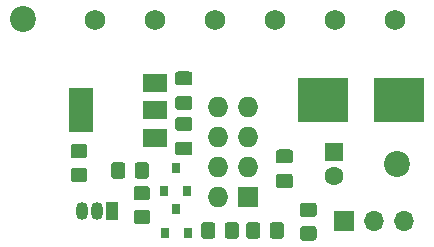
<source format=gts>
%TF.GenerationSoftware,KiCad,Pcbnew,(5.1.5)-3*%
%TF.CreationDate,2021-10-08T15:08:23+02:00*%
%TF.ProjectId,esp01-ws2812b-breakout,65737030-312d-4777-9332-383132622d62,rev?*%
%TF.SameCoordinates,Original*%
%TF.FileFunction,Soldermask,Top*%
%TF.FilePolarity,Negative*%
%FSLAX46Y46*%
G04 Gerber Fmt 4.6, Leading zero omitted, Abs format (unit mm)*
G04 Created by KiCad (PCBNEW (5.1.5)-3) date 2021-10-08 15:08:23*
%MOMM*%
%LPD*%
G04 APERTURE LIST*
%ADD10R,1.727200X1.727200*%
%ADD11O,1.727200X1.727200*%
%ADD12C,1.727200*%
%ADD13R,1.700000X1.700000*%
%ADD14O,1.700000X1.700000*%
%ADD15R,2.000000X3.800000*%
%ADD16R,2.000000X1.500000*%
%ADD17O,1.050000X1.500000*%
%ADD18R,1.050000X1.500000*%
%ADD19R,0.800000X0.900000*%
%ADD20C,2.200000*%
%ADD21R,1.600000X1.600000*%
%ADD22C,1.600000*%
%ADD23C,0.100000*%
%ADD24R,4.240000X3.810000*%
G04 APERTURE END LIST*
D10*
%TO.C,U2*%
X167386000Y-98298000D03*
D11*
X164846000Y-98298000D03*
X167386000Y-95758000D03*
X164846000Y-95758000D03*
X167386000Y-93218000D03*
X164846000Y-93218000D03*
X167386000Y-90678000D03*
X164846000Y-90678000D03*
%TD*%
D12*
%TO.C,J1*%
X174752000Y-83312000D03*
X179832000Y-83312000D03*
%TD*%
%TO.C,J2*%
X154432000Y-83312000D03*
X159512000Y-83312000D03*
X164592000Y-83312000D03*
X169672000Y-83312000D03*
%TD*%
D13*
%TO.C,J3*%
X175514000Y-100330000D03*
D14*
X178054000Y-100330000D03*
X180594000Y-100330000D03*
%TD*%
D15*
%TO.C,U1*%
X153212000Y-90932000D03*
D16*
X159512000Y-90932000D03*
X159512000Y-88632000D03*
X159512000Y-93232000D03*
%TD*%
D17*
%TO.C,U3*%
X154559000Y-99441000D03*
X153289000Y-99441000D03*
D18*
X155829000Y-99441000D03*
%TD*%
D19*
%TO.C,Q1*%
X160279000Y-97790000D03*
X162179000Y-97790000D03*
X161229000Y-95790000D03*
%TD*%
%TO.C,Q2*%
X161290000Y-99314000D03*
X162240000Y-101314000D03*
X160340000Y-101314000D03*
%TD*%
D20*
%TO.C,H1*%
X148336000Y-83185000D03*
%TD*%
%TO.C,H2*%
X179959000Y-95504000D03*
%TD*%
D21*
%TO.C,C1*%
X174625000Y-94488000D03*
D22*
X174625000Y-96488000D03*
%TD*%
D23*
%TO.C,C2*%
G36*
X162424504Y-87635704D02*
G01*
X162448773Y-87639304D01*
X162472571Y-87645265D01*
X162495671Y-87653530D01*
X162517849Y-87664020D01*
X162538893Y-87676633D01*
X162558598Y-87691247D01*
X162576777Y-87707723D01*
X162593253Y-87725902D01*
X162607867Y-87745607D01*
X162620480Y-87766651D01*
X162630970Y-87788829D01*
X162639235Y-87811929D01*
X162645196Y-87835727D01*
X162648796Y-87859996D01*
X162650000Y-87884500D01*
X162650000Y-88559500D01*
X162648796Y-88584004D01*
X162645196Y-88608273D01*
X162639235Y-88632071D01*
X162630970Y-88655171D01*
X162620480Y-88677349D01*
X162607867Y-88698393D01*
X162593253Y-88718098D01*
X162576777Y-88736277D01*
X162558598Y-88752753D01*
X162538893Y-88767367D01*
X162517849Y-88779980D01*
X162495671Y-88790470D01*
X162472571Y-88798735D01*
X162448773Y-88804696D01*
X162424504Y-88808296D01*
X162400000Y-88809500D01*
X161450000Y-88809500D01*
X161425496Y-88808296D01*
X161401227Y-88804696D01*
X161377429Y-88798735D01*
X161354329Y-88790470D01*
X161332151Y-88779980D01*
X161311107Y-88767367D01*
X161291402Y-88752753D01*
X161273223Y-88736277D01*
X161256747Y-88718098D01*
X161242133Y-88698393D01*
X161229520Y-88677349D01*
X161219030Y-88655171D01*
X161210765Y-88632071D01*
X161204804Y-88608273D01*
X161201204Y-88584004D01*
X161200000Y-88559500D01*
X161200000Y-87884500D01*
X161201204Y-87859996D01*
X161204804Y-87835727D01*
X161210765Y-87811929D01*
X161219030Y-87788829D01*
X161229520Y-87766651D01*
X161242133Y-87745607D01*
X161256747Y-87725902D01*
X161273223Y-87707723D01*
X161291402Y-87691247D01*
X161311107Y-87676633D01*
X161332151Y-87664020D01*
X161354329Y-87653530D01*
X161377429Y-87645265D01*
X161401227Y-87639304D01*
X161425496Y-87635704D01*
X161450000Y-87634500D01*
X162400000Y-87634500D01*
X162424504Y-87635704D01*
G37*
G36*
X162424504Y-89710704D02*
G01*
X162448773Y-89714304D01*
X162472571Y-89720265D01*
X162495671Y-89728530D01*
X162517849Y-89739020D01*
X162538893Y-89751633D01*
X162558598Y-89766247D01*
X162576777Y-89782723D01*
X162593253Y-89800902D01*
X162607867Y-89820607D01*
X162620480Y-89841651D01*
X162630970Y-89863829D01*
X162639235Y-89886929D01*
X162645196Y-89910727D01*
X162648796Y-89934996D01*
X162650000Y-89959500D01*
X162650000Y-90634500D01*
X162648796Y-90659004D01*
X162645196Y-90683273D01*
X162639235Y-90707071D01*
X162630970Y-90730171D01*
X162620480Y-90752349D01*
X162607867Y-90773393D01*
X162593253Y-90793098D01*
X162576777Y-90811277D01*
X162558598Y-90827753D01*
X162538893Y-90842367D01*
X162517849Y-90854980D01*
X162495671Y-90865470D01*
X162472571Y-90873735D01*
X162448773Y-90879696D01*
X162424504Y-90883296D01*
X162400000Y-90884500D01*
X161450000Y-90884500D01*
X161425496Y-90883296D01*
X161401227Y-90879696D01*
X161377429Y-90873735D01*
X161354329Y-90865470D01*
X161332151Y-90854980D01*
X161311107Y-90842367D01*
X161291402Y-90827753D01*
X161273223Y-90811277D01*
X161256747Y-90793098D01*
X161242133Y-90773393D01*
X161229520Y-90752349D01*
X161219030Y-90730171D01*
X161210765Y-90707071D01*
X161204804Y-90683273D01*
X161201204Y-90659004D01*
X161200000Y-90634500D01*
X161200000Y-89959500D01*
X161201204Y-89934996D01*
X161204804Y-89910727D01*
X161210765Y-89886929D01*
X161219030Y-89863829D01*
X161229520Y-89841651D01*
X161242133Y-89820607D01*
X161256747Y-89800902D01*
X161273223Y-89782723D01*
X161291402Y-89766247D01*
X161311107Y-89751633D01*
X161332151Y-89739020D01*
X161354329Y-89728530D01*
X161377429Y-89720265D01*
X161401227Y-89714304D01*
X161425496Y-89710704D01*
X161450000Y-89709500D01*
X162400000Y-89709500D01*
X162424504Y-89710704D01*
G37*
%TD*%
%TO.C,C3*%
G36*
X162424504Y-93563704D02*
G01*
X162448773Y-93567304D01*
X162472571Y-93573265D01*
X162495671Y-93581530D01*
X162517849Y-93592020D01*
X162538893Y-93604633D01*
X162558598Y-93619247D01*
X162576777Y-93635723D01*
X162593253Y-93653902D01*
X162607867Y-93673607D01*
X162620480Y-93694651D01*
X162630970Y-93716829D01*
X162639235Y-93739929D01*
X162645196Y-93763727D01*
X162648796Y-93787996D01*
X162650000Y-93812500D01*
X162650000Y-94487500D01*
X162648796Y-94512004D01*
X162645196Y-94536273D01*
X162639235Y-94560071D01*
X162630970Y-94583171D01*
X162620480Y-94605349D01*
X162607867Y-94626393D01*
X162593253Y-94646098D01*
X162576777Y-94664277D01*
X162558598Y-94680753D01*
X162538893Y-94695367D01*
X162517849Y-94707980D01*
X162495671Y-94718470D01*
X162472571Y-94726735D01*
X162448773Y-94732696D01*
X162424504Y-94736296D01*
X162400000Y-94737500D01*
X161450000Y-94737500D01*
X161425496Y-94736296D01*
X161401227Y-94732696D01*
X161377429Y-94726735D01*
X161354329Y-94718470D01*
X161332151Y-94707980D01*
X161311107Y-94695367D01*
X161291402Y-94680753D01*
X161273223Y-94664277D01*
X161256747Y-94646098D01*
X161242133Y-94626393D01*
X161229520Y-94605349D01*
X161219030Y-94583171D01*
X161210765Y-94560071D01*
X161204804Y-94536273D01*
X161201204Y-94512004D01*
X161200000Y-94487500D01*
X161200000Y-93812500D01*
X161201204Y-93787996D01*
X161204804Y-93763727D01*
X161210765Y-93739929D01*
X161219030Y-93716829D01*
X161229520Y-93694651D01*
X161242133Y-93673607D01*
X161256747Y-93653902D01*
X161273223Y-93635723D01*
X161291402Y-93619247D01*
X161311107Y-93604633D01*
X161332151Y-93592020D01*
X161354329Y-93581530D01*
X161377429Y-93573265D01*
X161401227Y-93567304D01*
X161425496Y-93563704D01*
X161450000Y-93562500D01*
X162400000Y-93562500D01*
X162424504Y-93563704D01*
G37*
G36*
X162424504Y-91488704D02*
G01*
X162448773Y-91492304D01*
X162472571Y-91498265D01*
X162495671Y-91506530D01*
X162517849Y-91517020D01*
X162538893Y-91529633D01*
X162558598Y-91544247D01*
X162576777Y-91560723D01*
X162593253Y-91578902D01*
X162607867Y-91598607D01*
X162620480Y-91619651D01*
X162630970Y-91641829D01*
X162639235Y-91664929D01*
X162645196Y-91688727D01*
X162648796Y-91712996D01*
X162650000Y-91737500D01*
X162650000Y-92412500D01*
X162648796Y-92437004D01*
X162645196Y-92461273D01*
X162639235Y-92485071D01*
X162630970Y-92508171D01*
X162620480Y-92530349D01*
X162607867Y-92551393D01*
X162593253Y-92571098D01*
X162576777Y-92589277D01*
X162558598Y-92605753D01*
X162538893Y-92620367D01*
X162517849Y-92632980D01*
X162495671Y-92643470D01*
X162472571Y-92651735D01*
X162448773Y-92657696D01*
X162424504Y-92661296D01*
X162400000Y-92662500D01*
X161450000Y-92662500D01*
X161425496Y-92661296D01*
X161401227Y-92657696D01*
X161377429Y-92651735D01*
X161354329Y-92643470D01*
X161332151Y-92632980D01*
X161311107Y-92620367D01*
X161291402Y-92605753D01*
X161273223Y-92589277D01*
X161256747Y-92571098D01*
X161242133Y-92551393D01*
X161229520Y-92530349D01*
X161219030Y-92508171D01*
X161210765Y-92485071D01*
X161204804Y-92461273D01*
X161201204Y-92437004D01*
X161200000Y-92412500D01*
X161200000Y-91737500D01*
X161201204Y-91712996D01*
X161204804Y-91688727D01*
X161210765Y-91664929D01*
X161219030Y-91641829D01*
X161229520Y-91619651D01*
X161242133Y-91598607D01*
X161256747Y-91578902D01*
X161273223Y-91560723D01*
X161291402Y-91544247D01*
X161311107Y-91529633D01*
X161332151Y-91517020D01*
X161354329Y-91506530D01*
X161377429Y-91498265D01*
X161401227Y-91492304D01*
X161425496Y-91488704D01*
X161450000Y-91487500D01*
X162400000Y-91487500D01*
X162424504Y-91488704D01*
G37*
%TD*%
%TO.C,C4*%
G36*
X170933504Y-94239704D02*
G01*
X170957773Y-94243304D01*
X170981571Y-94249265D01*
X171004671Y-94257530D01*
X171026849Y-94268020D01*
X171047893Y-94280633D01*
X171067598Y-94295247D01*
X171085777Y-94311723D01*
X171102253Y-94329902D01*
X171116867Y-94349607D01*
X171129480Y-94370651D01*
X171139970Y-94392829D01*
X171148235Y-94415929D01*
X171154196Y-94439727D01*
X171157796Y-94463996D01*
X171159000Y-94488500D01*
X171159000Y-95163500D01*
X171157796Y-95188004D01*
X171154196Y-95212273D01*
X171148235Y-95236071D01*
X171139970Y-95259171D01*
X171129480Y-95281349D01*
X171116867Y-95302393D01*
X171102253Y-95322098D01*
X171085777Y-95340277D01*
X171067598Y-95356753D01*
X171047893Y-95371367D01*
X171026849Y-95383980D01*
X171004671Y-95394470D01*
X170981571Y-95402735D01*
X170957773Y-95408696D01*
X170933504Y-95412296D01*
X170909000Y-95413500D01*
X169959000Y-95413500D01*
X169934496Y-95412296D01*
X169910227Y-95408696D01*
X169886429Y-95402735D01*
X169863329Y-95394470D01*
X169841151Y-95383980D01*
X169820107Y-95371367D01*
X169800402Y-95356753D01*
X169782223Y-95340277D01*
X169765747Y-95322098D01*
X169751133Y-95302393D01*
X169738520Y-95281349D01*
X169728030Y-95259171D01*
X169719765Y-95236071D01*
X169713804Y-95212273D01*
X169710204Y-95188004D01*
X169709000Y-95163500D01*
X169709000Y-94488500D01*
X169710204Y-94463996D01*
X169713804Y-94439727D01*
X169719765Y-94415929D01*
X169728030Y-94392829D01*
X169738520Y-94370651D01*
X169751133Y-94349607D01*
X169765747Y-94329902D01*
X169782223Y-94311723D01*
X169800402Y-94295247D01*
X169820107Y-94280633D01*
X169841151Y-94268020D01*
X169863329Y-94257530D01*
X169886429Y-94249265D01*
X169910227Y-94243304D01*
X169934496Y-94239704D01*
X169959000Y-94238500D01*
X170909000Y-94238500D01*
X170933504Y-94239704D01*
G37*
G36*
X170933504Y-96314704D02*
G01*
X170957773Y-96318304D01*
X170981571Y-96324265D01*
X171004671Y-96332530D01*
X171026849Y-96343020D01*
X171047893Y-96355633D01*
X171067598Y-96370247D01*
X171085777Y-96386723D01*
X171102253Y-96404902D01*
X171116867Y-96424607D01*
X171129480Y-96445651D01*
X171139970Y-96467829D01*
X171148235Y-96490929D01*
X171154196Y-96514727D01*
X171157796Y-96538996D01*
X171159000Y-96563500D01*
X171159000Y-97238500D01*
X171157796Y-97263004D01*
X171154196Y-97287273D01*
X171148235Y-97311071D01*
X171139970Y-97334171D01*
X171129480Y-97356349D01*
X171116867Y-97377393D01*
X171102253Y-97397098D01*
X171085777Y-97415277D01*
X171067598Y-97431753D01*
X171047893Y-97446367D01*
X171026849Y-97458980D01*
X171004671Y-97469470D01*
X170981571Y-97477735D01*
X170957773Y-97483696D01*
X170933504Y-97487296D01*
X170909000Y-97488500D01*
X169959000Y-97488500D01*
X169934496Y-97487296D01*
X169910227Y-97483696D01*
X169886429Y-97477735D01*
X169863329Y-97469470D01*
X169841151Y-97458980D01*
X169820107Y-97446367D01*
X169800402Y-97431753D01*
X169782223Y-97415277D01*
X169765747Y-97397098D01*
X169751133Y-97377393D01*
X169738520Y-97356349D01*
X169728030Y-97334171D01*
X169719765Y-97311071D01*
X169713804Y-97287273D01*
X169710204Y-97263004D01*
X169709000Y-97238500D01*
X169709000Y-96563500D01*
X169710204Y-96538996D01*
X169713804Y-96514727D01*
X169719765Y-96490929D01*
X169728030Y-96467829D01*
X169738520Y-96445651D01*
X169751133Y-96424607D01*
X169765747Y-96404902D01*
X169782223Y-96386723D01*
X169800402Y-96370247D01*
X169820107Y-96355633D01*
X169841151Y-96343020D01*
X169863329Y-96332530D01*
X169886429Y-96324265D01*
X169910227Y-96318304D01*
X169934496Y-96314704D01*
X169959000Y-96313500D01*
X170909000Y-96313500D01*
X170933504Y-96314704D01*
G37*
%TD*%
D24*
%TO.C,F1*%
X173736000Y-90043000D03*
X180116000Y-90043000D03*
%TD*%
D23*
%TO.C,R1*%
G36*
X158743505Y-95313204D02*
G01*
X158767773Y-95316804D01*
X158791572Y-95322765D01*
X158814671Y-95331030D01*
X158836850Y-95341520D01*
X158857893Y-95354132D01*
X158877599Y-95368747D01*
X158895777Y-95385223D01*
X158912253Y-95403401D01*
X158926868Y-95423107D01*
X158939480Y-95444150D01*
X158949970Y-95466329D01*
X158958235Y-95489428D01*
X158964196Y-95513227D01*
X158967796Y-95537495D01*
X158969000Y-95561999D01*
X158969000Y-96462001D01*
X158967796Y-96486505D01*
X158964196Y-96510773D01*
X158958235Y-96534572D01*
X158949970Y-96557671D01*
X158939480Y-96579850D01*
X158926868Y-96600893D01*
X158912253Y-96620599D01*
X158895777Y-96638777D01*
X158877599Y-96655253D01*
X158857893Y-96669868D01*
X158836850Y-96682480D01*
X158814671Y-96692970D01*
X158791572Y-96701235D01*
X158767773Y-96707196D01*
X158743505Y-96710796D01*
X158719001Y-96712000D01*
X158018999Y-96712000D01*
X157994495Y-96710796D01*
X157970227Y-96707196D01*
X157946428Y-96701235D01*
X157923329Y-96692970D01*
X157901150Y-96682480D01*
X157880107Y-96669868D01*
X157860401Y-96655253D01*
X157842223Y-96638777D01*
X157825747Y-96620599D01*
X157811132Y-96600893D01*
X157798520Y-96579850D01*
X157788030Y-96557671D01*
X157779765Y-96534572D01*
X157773804Y-96510773D01*
X157770204Y-96486505D01*
X157769000Y-96462001D01*
X157769000Y-95561999D01*
X157770204Y-95537495D01*
X157773804Y-95513227D01*
X157779765Y-95489428D01*
X157788030Y-95466329D01*
X157798520Y-95444150D01*
X157811132Y-95423107D01*
X157825747Y-95403401D01*
X157842223Y-95385223D01*
X157860401Y-95368747D01*
X157880107Y-95354132D01*
X157901150Y-95341520D01*
X157923329Y-95331030D01*
X157946428Y-95322765D01*
X157970227Y-95316804D01*
X157994495Y-95313204D01*
X158018999Y-95312000D01*
X158719001Y-95312000D01*
X158743505Y-95313204D01*
G37*
G36*
X156743505Y-95313204D02*
G01*
X156767773Y-95316804D01*
X156791572Y-95322765D01*
X156814671Y-95331030D01*
X156836850Y-95341520D01*
X156857893Y-95354132D01*
X156877599Y-95368747D01*
X156895777Y-95385223D01*
X156912253Y-95403401D01*
X156926868Y-95423107D01*
X156939480Y-95444150D01*
X156949970Y-95466329D01*
X156958235Y-95489428D01*
X156964196Y-95513227D01*
X156967796Y-95537495D01*
X156969000Y-95561999D01*
X156969000Y-96462001D01*
X156967796Y-96486505D01*
X156964196Y-96510773D01*
X156958235Y-96534572D01*
X156949970Y-96557671D01*
X156939480Y-96579850D01*
X156926868Y-96600893D01*
X156912253Y-96620599D01*
X156895777Y-96638777D01*
X156877599Y-96655253D01*
X156857893Y-96669868D01*
X156836850Y-96682480D01*
X156814671Y-96692970D01*
X156791572Y-96701235D01*
X156767773Y-96707196D01*
X156743505Y-96710796D01*
X156719001Y-96712000D01*
X156018999Y-96712000D01*
X155994495Y-96710796D01*
X155970227Y-96707196D01*
X155946428Y-96701235D01*
X155923329Y-96692970D01*
X155901150Y-96682480D01*
X155880107Y-96669868D01*
X155860401Y-96655253D01*
X155842223Y-96638777D01*
X155825747Y-96620599D01*
X155811132Y-96600893D01*
X155798520Y-96579850D01*
X155788030Y-96557671D01*
X155779765Y-96534572D01*
X155773804Y-96510773D01*
X155770204Y-96486505D01*
X155769000Y-96462001D01*
X155769000Y-95561999D01*
X155770204Y-95537495D01*
X155773804Y-95513227D01*
X155779765Y-95489428D01*
X155788030Y-95466329D01*
X155798520Y-95444150D01*
X155811132Y-95423107D01*
X155825747Y-95403401D01*
X155842223Y-95385223D01*
X155860401Y-95368747D01*
X155880107Y-95354132D01*
X155901150Y-95341520D01*
X155923329Y-95331030D01*
X155946428Y-95322765D01*
X155970227Y-95316804D01*
X155994495Y-95313204D01*
X156018999Y-95312000D01*
X156719001Y-95312000D01*
X156743505Y-95313204D01*
G37*
%TD*%
%TO.C,R2*%
G36*
X158843505Y-97350204D02*
G01*
X158867773Y-97353804D01*
X158891572Y-97359765D01*
X158914671Y-97368030D01*
X158936850Y-97378520D01*
X158957893Y-97391132D01*
X158977599Y-97405747D01*
X158995777Y-97422223D01*
X159012253Y-97440401D01*
X159026868Y-97460107D01*
X159039480Y-97481150D01*
X159049970Y-97503329D01*
X159058235Y-97526428D01*
X159064196Y-97550227D01*
X159067796Y-97574495D01*
X159069000Y-97598999D01*
X159069000Y-98299001D01*
X159067796Y-98323505D01*
X159064196Y-98347773D01*
X159058235Y-98371572D01*
X159049970Y-98394671D01*
X159039480Y-98416850D01*
X159026868Y-98437893D01*
X159012253Y-98457599D01*
X158995777Y-98475777D01*
X158977599Y-98492253D01*
X158957893Y-98506868D01*
X158936850Y-98519480D01*
X158914671Y-98529970D01*
X158891572Y-98538235D01*
X158867773Y-98544196D01*
X158843505Y-98547796D01*
X158819001Y-98549000D01*
X157918999Y-98549000D01*
X157894495Y-98547796D01*
X157870227Y-98544196D01*
X157846428Y-98538235D01*
X157823329Y-98529970D01*
X157801150Y-98519480D01*
X157780107Y-98506868D01*
X157760401Y-98492253D01*
X157742223Y-98475777D01*
X157725747Y-98457599D01*
X157711132Y-98437893D01*
X157698520Y-98416850D01*
X157688030Y-98394671D01*
X157679765Y-98371572D01*
X157673804Y-98347773D01*
X157670204Y-98323505D01*
X157669000Y-98299001D01*
X157669000Y-97598999D01*
X157670204Y-97574495D01*
X157673804Y-97550227D01*
X157679765Y-97526428D01*
X157688030Y-97503329D01*
X157698520Y-97481150D01*
X157711132Y-97460107D01*
X157725747Y-97440401D01*
X157742223Y-97422223D01*
X157760401Y-97405747D01*
X157780107Y-97391132D01*
X157801150Y-97378520D01*
X157823329Y-97368030D01*
X157846428Y-97359765D01*
X157870227Y-97353804D01*
X157894495Y-97350204D01*
X157918999Y-97349000D01*
X158819001Y-97349000D01*
X158843505Y-97350204D01*
G37*
G36*
X158843505Y-99350204D02*
G01*
X158867773Y-99353804D01*
X158891572Y-99359765D01*
X158914671Y-99368030D01*
X158936850Y-99378520D01*
X158957893Y-99391132D01*
X158977599Y-99405747D01*
X158995777Y-99422223D01*
X159012253Y-99440401D01*
X159026868Y-99460107D01*
X159039480Y-99481150D01*
X159049970Y-99503329D01*
X159058235Y-99526428D01*
X159064196Y-99550227D01*
X159067796Y-99574495D01*
X159069000Y-99598999D01*
X159069000Y-100299001D01*
X159067796Y-100323505D01*
X159064196Y-100347773D01*
X159058235Y-100371572D01*
X159049970Y-100394671D01*
X159039480Y-100416850D01*
X159026868Y-100437893D01*
X159012253Y-100457599D01*
X158995777Y-100475777D01*
X158977599Y-100492253D01*
X158957893Y-100506868D01*
X158936850Y-100519480D01*
X158914671Y-100529970D01*
X158891572Y-100538235D01*
X158867773Y-100544196D01*
X158843505Y-100547796D01*
X158819001Y-100549000D01*
X157918999Y-100549000D01*
X157894495Y-100547796D01*
X157870227Y-100544196D01*
X157846428Y-100538235D01*
X157823329Y-100529970D01*
X157801150Y-100519480D01*
X157780107Y-100506868D01*
X157760401Y-100492253D01*
X157742223Y-100475777D01*
X157725747Y-100457599D01*
X157711132Y-100437893D01*
X157698520Y-100416850D01*
X157688030Y-100394671D01*
X157679765Y-100371572D01*
X157673804Y-100347773D01*
X157670204Y-100323505D01*
X157669000Y-100299001D01*
X157669000Y-99598999D01*
X157670204Y-99574495D01*
X157673804Y-99550227D01*
X157679765Y-99526428D01*
X157688030Y-99503329D01*
X157698520Y-99481150D01*
X157711132Y-99460107D01*
X157725747Y-99440401D01*
X157742223Y-99422223D01*
X157760401Y-99405747D01*
X157780107Y-99391132D01*
X157801150Y-99378520D01*
X157823329Y-99368030D01*
X157846428Y-99359765D01*
X157870227Y-99353804D01*
X157894495Y-99350204D01*
X157918999Y-99349000D01*
X158819001Y-99349000D01*
X158843505Y-99350204D01*
G37*
%TD*%
%TO.C,R3*%
G36*
X170173505Y-100393204D02*
G01*
X170197773Y-100396804D01*
X170221572Y-100402765D01*
X170244671Y-100411030D01*
X170266850Y-100421520D01*
X170287893Y-100434132D01*
X170307599Y-100448747D01*
X170325777Y-100465223D01*
X170342253Y-100483401D01*
X170356868Y-100503107D01*
X170369480Y-100524150D01*
X170379970Y-100546329D01*
X170388235Y-100569428D01*
X170394196Y-100593227D01*
X170397796Y-100617495D01*
X170399000Y-100641999D01*
X170399000Y-101542001D01*
X170397796Y-101566505D01*
X170394196Y-101590773D01*
X170388235Y-101614572D01*
X170379970Y-101637671D01*
X170369480Y-101659850D01*
X170356868Y-101680893D01*
X170342253Y-101700599D01*
X170325777Y-101718777D01*
X170307599Y-101735253D01*
X170287893Y-101749868D01*
X170266850Y-101762480D01*
X170244671Y-101772970D01*
X170221572Y-101781235D01*
X170197773Y-101787196D01*
X170173505Y-101790796D01*
X170149001Y-101792000D01*
X169448999Y-101792000D01*
X169424495Y-101790796D01*
X169400227Y-101787196D01*
X169376428Y-101781235D01*
X169353329Y-101772970D01*
X169331150Y-101762480D01*
X169310107Y-101749868D01*
X169290401Y-101735253D01*
X169272223Y-101718777D01*
X169255747Y-101700599D01*
X169241132Y-101680893D01*
X169228520Y-101659850D01*
X169218030Y-101637671D01*
X169209765Y-101614572D01*
X169203804Y-101590773D01*
X169200204Y-101566505D01*
X169199000Y-101542001D01*
X169199000Y-100641999D01*
X169200204Y-100617495D01*
X169203804Y-100593227D01*
X169209765Y-100569428D01*
X169218030Y-100546329D01*
X169228520Y-100524150D01*
X169241132Y-100503107D01*
X169255747Y-100483401D01*
X169272223Y-100465223D01*
X169290401Y-100448747D01*
X169310107Y-100434132D01*
X169331150Y-100421520D01*
X169353329Y-100411030D01*
X169376428Y-100402765D01*
X169400227Y-100396804D01*
X169424495Y-100393204D01*
X169448999Y-100392000D01*
X170149001Y-100392000D01*
X170173505Y-100393204D01*
G37*
G36*
X168173505Y-100393204D02*
G01*
X168197773Y-100396804D01*
X168221572Y-100402765D01*
X168244671Y-100411030D01*
X168266850Y-100421520D01*
X168287893Y-100434132D01*
X168307599Y-100448747D01*
X168325777Y-100465223D01*
X168342253Y-100483401D01*
X168356868Y-100503107D01*
X168369480Y-100524150D01*
X168379970Y-100546329D01*
X168388235Y-100569428D01*
X168394196Y-100593227D01*
X168397796Y-100617495D01*
X168399000Y-100641999D01*
X168399000Y-101542001D01*
X168397796Y-101566505D01*
X168394196Y-101590773D01*
X168388235Y-101614572D01*
X168379970Y-101637671D01*
X168369480Y-101659850D01*
X168356868Y-101680893D01*
X168342253Y-101700599D01*
X168325777Y-101718777D01*
X168307599Y-101735253D01*
X168287893Y-101749868D01*
X168266850Y-101762480D01*
X168244671Y-101772970D01*
X168221572Y-101781235D01*
X168197773Y-101787196D01*
X168173505Y-101790796D01*
X168149001Y-101792000D01*
X167448999Y-101792000D01*
X167424495Y-101790796D01*
X167400227Y-101787196D01*
X167376428Y-101781235D01*
X167353329Y-101772970D01*
X167331150Y-101762480D01*
X167310107Y-101749868D01*
X167290401Y-101735253D01*
X167272223Y-101718777D01*
X167255747Y-101700599D01*
X167241132Y-101680893D01*
X167228520Y-101659850D01*
X167218030Y-101637671D01*
X167209765Y-101614572D01*
X167203804Y-101590773D01*
X167200204Y-101566505D01*
X167199000Y-101542001D01*
X167199000Y-100641999D01*
X167200204Y-100617495D01*
X167203804Y-100593227D01*
X167209765Y-100569428D01*
X167218030Y-100546329D01*
X167228520Y-100524150D01*
X167241132Y-100503107D01*
X167255747Y-100483401D01*
X167272223Y-100465223D01*
X167290401Y-100448747D01*
X167310107Y-100434132D01*
X167331150Y-100421520D01*
X167353329Y-100411030D01*
X167376428Y-100402765D01*
X167400227Y-100396804D01*
X167424495Y-100393204D01*
X167448999Y-100392000D01*
X168149001Y-100392000D01*
X168173505Y-100393204D01*
G37*
%TD*%
%TO.C,R4*%
G36*
X164363505Y-100393204D02*
G01*
X164387773Y-100396804D01*
X164411572Y-100402765D01*
X164434671Y-100411030D01*
X164456850Y-100421520D01*
X164477893Y-100434132D01*
X164497599Y-100448747D01*
X164515777Y-100465223D01*
X164532253Y-100483401D01*
X164546868Y-100503107D01*
X164559480Y-100524150D01*
X164569970Y-100546329D01*
X164578235Y-100569428D01*
X164584196Y-100593227D01*
X164587796Y-100617495D01*
X164589000Y-100641999D01*
X164589000Y-101542001D01*
X164587796Y-101566505D01*
X164584196Y-101590773D01*
X164578235Y-101614572D01*
X164569970Y-101637671D01*
X164559480Y-101659850D01*
X164546868Y-101680893D01*
X164532253Y-101700599D01*
X164515777Y-101718777D01*
X164497599Y-101735253D01*
X164477893Y-101749868D01*
X164456850Y-101762480D01*
X164434671Y-101772970D01*
X164411572Y-101781235D01*
X164387773Y-101787196D01*
X164363505Y-101790796D01*
X164339001Y-101792000D01*
X163638999Y-101792000D01*
X163614495Y-101790796D01*
X163590227Y-101787196D01*
X163566428Y-101781235D01*
X163543329Y-101772970D01*
X163521150Y-101762480D01*
X163500107Y-101749868D01*
X163480401Y-101735253D01*
X163462223Y-101718777D01*
X163445747Y-101700599D01*
X163431132Y-101680893D01*
X163418520Y-101659850D01*
X163408030Y-101637671D01*
X163399765Y-101614572D01*
X163393804Y-101590773D01*
X163390204Y-101566505D01*
X163389000Y-101542001D01*
X163389000Y-100641999D01*
X163390204Y-100617495D01*
X163393804Y-100593227D01*
X163399765Y-100569428D01*
X163408030Y-100546329D01*
X163418520Y-100524150D01*
X163431132Y-100503107D01*
X163445747Y-100483401D01*
X163462223Y-100465223D01*
X163480401Y-100448747D01*
X163500107Y-100434132D01*
X163521150Y-100421520D01*
X163543329Y-100411030D01*
X163566428Y-100402765D01*
X163590227Y-100396804D01*
X163614495Y-100393204D01*
X163638999Y-100392000D01*
X164339001Y-100392000D01*
X164363505Y-100393204D01*
G37*
G36*
X166363505Y-100393204D02*
G01*
X166387773Y-100396804D01*
X166411572Y-100402765D01*
X166434671Y-100411030D01*
X166456850Y-100421520D01*
X166477893Y-100434132D01*
X166497599Y-100448747D01*
X166515777Y-100465223D01*
X166532253Y-100483401D01*
X166546868Y-100503107D01*
X166559480Y-100524150D01*
X166569970Y-100546329D01*
X166578235Y-100569428D01*
X166584196Y-100593227D01*
X166587796Y-100617495D01*
X166589000Y-100641999D01*
X166589000Y-101542001D01*
X166587796Y-101566505D01*
X166584196Y-101590773D01*
X166578235Y-101614572D01*
X166569970Y-101637671D01*
X166559480Y-101659850D01*
X166546868Y-101680893D01*
X166532253Y-101700599D01*
X166515777Y-101718777D01*
X166497599Y-101735253D01*
X166477893Y-101749868D01*
X166456850Y-101762480D01*
X166434671Y-101772970D01*
X166411572Y-101781235D01*
X166387773Y-101787196D01*
X166363505Y-101790796D01*
X166339001Y-101792000D01*
X165638999Y-101792000D01*
X165614495Y-101790796D01*
X165590227Y-101787196D01*
X165566428Y-101781235D01*
X165543329Y-101772970D01*
X165521150Y-101762480D01*
X165500107Y-101749868D01*
X165480401Y-101735253D01*
X165462223Y-101718777D01*
X165445747Y-101700599D01*
X165431132Y-101680893D01*
X165418520Y-101659850D01*
X165408030Y-101637671D01*
X165399765Y-101614572D01*
X165393804Y-101590773D01*
X165390204Y-101566505D01*
X165389000Y-101542001D01*
X165389000Y-100641999D01*
X165390204Y-100617495D01*
X165393804Y-100593227D01*
X165399765Y-100569428D01*
X165408030Y-100546329D01*
X165418520Y-100524150D01*
X165431132Y-100503107D01*
X165445747Y-100483401D01*
X165462223Y-100465223D01*
X165480401Y-100448747D01*
X165500107Y-100434132D01*
X165521150Y-100421520D01*
X165543329Y-100411030D01*
X165566428Y-100402765D01*
X165590227Y-100396804D01*
X165614495Y-100393204D01*
X165638999Y-100392000D01*
X166339001Y-100392000D01*
X166363505Y-100393204D01*
G37*
%TD*%
%TO.C,R5*%
G36*
X172940505Y-100747204D02*
G01*
X172964773Y-100750804D01*
X172988572Y-100756765D01*
X173011671Y-100765030D01*
X173033850Y-100775520D01*
X173054893Y-100788132D01*
X173074599Y-100802747D01*
X173092777Y-100819223D01*
X173109253Y-100837401D01*
X173123868Y-100857107D01*
X173136480Y-100878150D01*
X173146970Y-100900329D01*
X173155235Y-100923428D01*
X173161196Y-100947227D01*
X173164796Y-100971495D01*
X173166000Y-100995999D01*
X173166000Y-101696001D01*
X173164796Y-101720505D01*
X173161196Y-101744773D01*
X173155235Y-101768572D01*
X173146970Y-101791671D01*
X173136480Y-101813850D01*
X173123868Y-101834893D01*
X173109253Y-101854599D01*
X173092777Y-101872777D01*
X173074599Y-101889253D01*
X173054893Y-101903868D01*
X173033850Y-101916480D01*
X173011671Y-101926970D01*
X172988572Y-101935235D01*
X172964773Y-101941196D01*
X172940505Y-101944796D01*
X172916001Y-101946000D01*
X172015999Y-101946000D01*
X171991495Y-101944796D01*
X171967227Y-101941196D01*
X171943428Y-101935235D01*
X171920329Y-101926970D01*
X171898150Y-101916480D01*
X171877107Y-101903868D01*
X171857401Y-101889253D01*
X171839223Y-101872777D01*
X171822747Y-101854599D01*
X171808132Y-101834893D01*
X171795520Y-101813850D01*
X171785030Y-101791671D01*
X171776765Y-101768572D01*
X171770804Y-101744773D01*
X171767204Y-101720505D01*
X171766000Y-101696001D01*
X171766000Y-100995999D01*
X171767204Y-100971495D01*
X171770804Y-100947227D01*
X171776765Y-100923428D01*
X171785030Y-100900329D01*
X171795520Y-100878150D01*
X171808132Y-100857107D01*
X171822747Y-100837401D01*
X171839223Y-100819223D01*
X171857401Y-100802747D01*
X171877107Y-100788132D01*
X171898150Y-100775520D01*
X171920329Y-100765030D01*
X171943428Y-100756765D01*
X171967227Y-100750804D01*
X171991495Y-100747204D01*
X172015999Y-100746000D01*
X172916001Y-100746000D01*
X172940505Y-100747204D01*
G37*
G36*
X172940505Y-98747204D02*
G01*
X172964773Y-98750804D01*
X172988572Y-98756765D01*
X173011671Y-98765030D01*
X173033850Y-98775520D01*
X173054893Y-98788132D01*
X173074599Y-98802747D01*
X173092777Y-98819223D01*
X173109253Y-98837401D01*
X173123868Y-98857107D01*
X173136480Y-98878150D01*
X173146970Y-98900329D01*
X173155235Y-98923428D01*
X173161196Y-98947227D01*
X173164796Y-98971495D01*
X173166000Y-98995999D01*
X173166000Y-99696001D01*
X173164796Y-99720505D01*
X173161196Y-99744773D01*
X173155235Y-99768572D01*
X173146970Y-99791671D01*
X173136480Y-99813850D01*
X173123868Y-99834893D01*
X173109253Y-99854599D01*
X173092777Y-99872777D01*
X173074599Y-99889253D01*
X173054893Y-99903868D01*
X173033850Y-99916480D01*
X173011671Y-99926970D01*
X172988572Y-99935235D01*
X172964773Y-99941196D01*
X172940505Y-99944796D01*
X172916001Y-99946000D01*
X172015999Y-99946000D01*
X171991495Y-99944796D01*
X171967227Y-99941196D01*
X171943428Y-99935235D01*
X171920329Y-99926970D01*
X171898150Y-99916480D01*
X171877107Y-99903868D01*
X171857401Y-99889253D01*
X171839223Y-99872777D01*
X171822747Y-99854599D01*
X171808132Y-99834893D01*
X171795520Y-99813850D01*
X171785030Y-99791671D01*
X171776765Y-99768572D01*
X171770804Y-99744773D01*
X171767204Y-99720505D01*
X171766000Y-99696001D01*
X171766000Y-98995999D01*
X171767204Y-98971495D01*
X171770804Y-98947227D01*
X171776765Y-98923428D01*
X171785030Y-98900329D01*
X171795520Y-98878150D01*
X171808132Y-98857107D01*
X171822747Y-98837401D01*
X171839223Y-98819223D01*
X171857401Y-98802747D01*
X171877107Y-98788132D01*
X171898150Y-98775520D01*
X171920329Y-98765030D01*
X171943428Y-98756765D01*
X171967227Y-98750804D01*
X171991495Y-98747204D01*
X172015999Y-98746000D01*
X172916001Y-98746000D01*
X172940505Y-98747204D01*
G37*
%TD*%
%TO.C,R6*%
G36*
X153509505Y-95778204D02*
G01*
X153533773Y-95781804D01*
X153557572Y-95787765D01*
X153580671Y-95796030D01*
X153602850Y-95806520D01*
X153623893Y-95819132D01*
X153643599Y-95833747D01*
X153661777Y-95850223D01*
X153678253Y-95868401D01*
X153692868Y-95888107D01*
X153705480Y-95909150D01*
X153715970Y-95931329D01*
X153724235Y-95954428D01*
X153730196Y-95978227D01*
X153733796Y-96002495D01*
X153735000Y-96026999D01*
X153735000Y-96727001D01*
X153733796Y-96751505D01*
X153730196Y-96775773D01*
X153724235Y-96799572D01*
X153715970Y-96822671D01*
X153705480Y-96844850D01*
X153692868Y-96865893D01*
X153678253Y-96885599D01*
X153661777Y-96903777D01*
X153643599Y-96920253D01*
X153623893Y-96934868D01*
X153602850Y-96947480D01*
X153580671Y-96957970D01*
X153557572Y-96966235D01*
X153533773Y-96972196D01*
X153509505Y-96975796D01*
X153485001Y-96977000D01*
X152584999Y-96977000D01*
X152560495Y-96975796D01*
X152536227Y-96972196D01*
X152512428Y-96966235D01*
X152489329Y-96957970D01*
X152467150Y-96947480D01*
X152446107Y-96934868D01*
X152426401Y-96920253D01*
X152408223Y-96903777D01*
X152391747Y-96885599D01*
X152377132Y-96865893D01*
X152364520Y-96844850D01*
X152354030Y-96822671D01*
X152345765Y-96799572D01*
X152339804Y-96775773D01*
X152336204Y-96751505D01*
X152335000Y-96727001D01*
X152335000Y-96026999D01*
X152336204Y-96002495D01*
X152339804Y-95978227D01*
X152345765Y-95954428D01*
X152354030Y-95931329D01*
X152364520Y-95909150D01*
X152377132Y-95888107D01*
X152391747Y-95868401D01*
X152408223Y-95850223D01*
X152426401Y-95833747D01*
X152446107Y-95819132D01*
X152467150Y-95806520D01*
X152489329Y-95796030D01*
X152512428Y-95787765D01*
X152536227Y-95781804D01*
X152560495Y-95778204D01*
X152584999Y-95777000D01*
X153485001Y-95777000D01*
X153509505Y-95778204D01*
G37*
G36*
X153509505Y-93778204D02*
G01*
X153533773Y-93781804D01*
X153557572Y-93787765D01*
X153580671Y-93796030D01*
X153602850Y-93806520D01*
X153623893Y-93819132D01*
X153643599Y-93833747D01*
X153661777Y-93850223D01*
X153678253Y-93868401D01*
X153692868Y-93888107D01*
X153705480Y-93909150D01*
X153715970Y-93931329D01*
X153724235Y-93954428D01*
X153730196Y-93978227D01*
X153733796Y-94002495D01*
X153735000Y-94026999D01*
X153735000Y-94727001D01*
X153733796Y-94751505D01*
X153730196Y-94775773D01*
X153724235Y-94799572D01*
X153715970Y-94822671D01*
X153705480Y-94844850D01*
X153692868Y-94865893D01*
X153678253Y-94885599D01*
X153661777Y-94903777D01*
X153643599Y-94920253D01*
X153623893Y-94934868D01*
X153602850Y-94947480D01*
X153580671Y-94957970D01*
X153557572Y-94966235D01*
X153533773Y-94972196D01*
X153509505Y-94975796D01*
X153485001Y-94977000D01*
X152584999Y-94977000D01*
X152560495Y-94975796D01*
X152536227Y-94972196D01*
X152512428Y-94966235D01*
X152489329Y-94957970D01*
X152467150Y-94947480D01*
X152446107Y-94934868D01*
X152426401Y-94920253D01*
X152408223Y-94903777D01*
X152391747Y-94885599D01*
X152377132Y-94865893D01*
X152364520Y-94844850D01*
X152354030Y-94822671D01*
X152345765Y-94799572D01*
X152339804Y-94775773D01*
X152336204Y-94751505D01*
X152335000Y-94727001D01*
X152335000Y-94026999D01*
X152336204Y-94002495D01*
X152339804Y-93978227D01*
X152345765Y-93954428D01*
X152354030Y-93931329D01*
X152364520Y-93909150D01*
X152377132Y-93888107D01*
X152391747Y-93868401D01*
X152408223Y-93850223D01*
X152426401Y-93833747D01*
X152446107Y-93819132D01*
X152467150Y-93806520D01*
X152489329Y-93796030D01*
X152512428Y-93787765D01*
X152536227Y-93781804D01*
X152560495Y-93778204D01*
X152584999Y-93777000D01*
X153485001Y-93777000D01*
X153509505Y-93778204D01*
G37*
%TD*%
M02*

</source>
